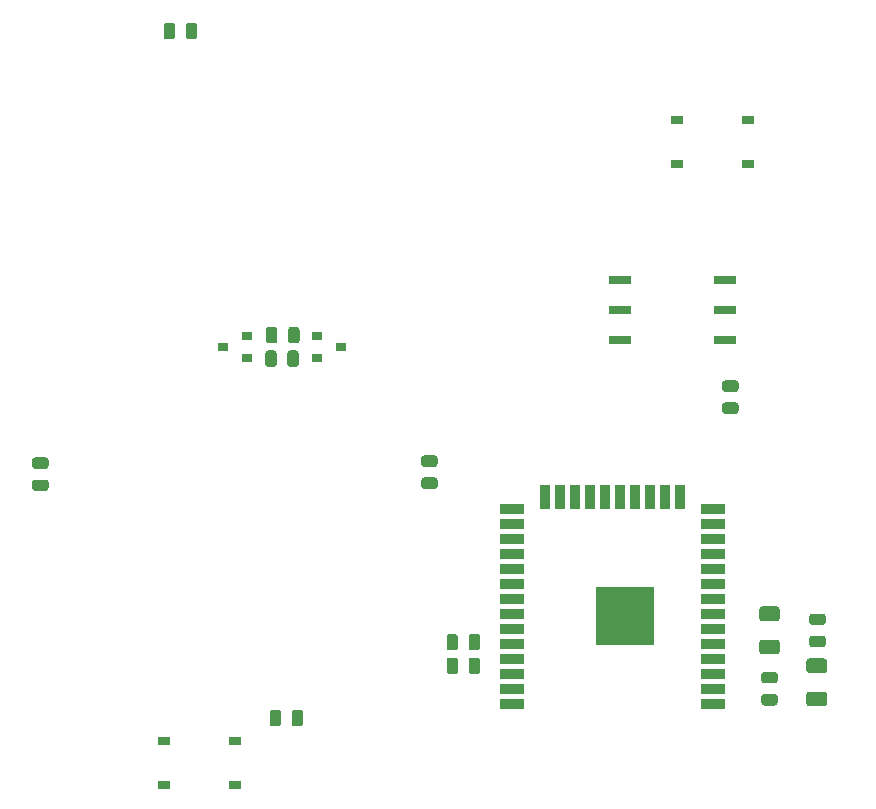
<source format=gbr>
%TF.GenerationSoftware,KiCad,Pcbnew,(5.1.6)-1*%
%TF.CreationDate,2022-02-08T04:05:35+01:00*%
%TF.ProjectId,Thermostat,54686572-6d6f-4737-9461-742e6b696361,rev?*%
%TF.SameCoordinates,Original*%
%TF.FileFunction,Paste,Top*%
%TF.FilePolarity,Positive*%
%FSLAX46Y46*%
G04 Gerber Fmt 4.6, Leading zero omitted, Abs format (unit mm)*
G04 Created by KiCad (PCBNEW (5.1.6)-1) date 2022-02-08 04:05:35*
%MOMM*%
%LPD*%
G01*
G04 APERTURE LIST*
%ADD10R,1.000000X0.750000*%
%ADD11R,1.900000X0.700000*%
%ADD12R,2.000000X0.900000*%
%ADD13R,0.900000X2.000000*%
%ADD14R,5.000000X5.000000*%
%ADD15R,0.900000X0.800000*%
G04 APERTURE END LIST*
D10*
%TO.C,S5*%
X125936000Y-50135000D03*
X119936000Y-50135000D03*
X125936000Y-46385000D03*
X119936000Y-46385000D03*
%TD*%
%TO.C,S4*%
X76502000Y-98963000D03*
X82502000Y-98963000D03*
X76502000Y-102713000D03*
X82502000Y-102713000D03*
%TD*%
D11*
%TO.C,IC3*%
X115141000Y-65028000D03*
X115141000Y-62488000D03*
X115141000Y-59948000D03*
X123991000Y-59948000D03*
X123991000Y-62488000D03*
X123991000Y-65028000D03*
%TD*%
%TO.C,R10*%
G36*
G01*
X78349500Y-39318250D02*
X78349500Y-38405750D01*
G75*
G02*
X78593250Y-38162000I243750J0D01*
G01*
X79080750Y-38162000D01*
G75*
G02*
X79324500Y-38405750I0J-243750D01*
G01*
X79324500Y-39318250D01*
G75*
G02*
X79080750Y-39562000I-243750J0D01*
G01*
X78593250Y-39562000D01*
G75*
G02*
X78349500Y-39318250I0J243750D01*
G01*
G37*
G36*
G01*
X76474500Y-39318250D02*
X76474500Y-38405750D01*
G75*
G02*
X76718250Y-38162000I243750J0D01*
G01*
X77205750Y-38162000D01*
G75*
G02*
X77449500Y-38405750I0J-243750D01*
G01*
X77449500Y-39318250D01*
G75*
G02*
X77205750Y-39562000I-243750J0D01*
G01*
X76718250Y-39562000D01*
G75*
G02*
X76474500Y-39318250I0J243750D01*
G01*
G37*
%TD*%
%TO.C,R9*%
G36*
G01*
X66496250Y-75925500D02*
X65583750Y-75925500D01*
G75*
G02*
X65340000Y-75681750I0J243750D01*
G01*
X65340000Y-75194250D01*
G75*
G02*
X65583750Y-74950500I243750J0D01*
G01*
X66496250Y-74950500D01*
G75*
G02*
X66740000Y-75194250I0J-243750D01*
G01*
X66740000Y-75681750D01*
G75*
G02*
X66496250Y-75925500I-243750J0D01*
G01*
G37*
G36*
G01*
X66496250Y-77800500D02*
X65583750Y-77800500D01*
G75*
G02*
X65340000Y-77556750I0J243750D01*
G01*
X65340000Y-77069250D01*
G75*
G02*
X65583750Y-76825500I243750J0D01*
G01*
X66496250Y-76825500D01*
G75*
G02*
X66740000Y-77069250I0J-243750D01*
G01*
X66740000Y-77556750D01*
G75*
G02*
X66496250Y-77800500I-243750J0D01*
G01*
G37*
%TD*%
D12*
%TO.C,U1*%
X106000000Y-95855000D03*
X106000000Y-94585000D03*
X106000000Y-93315000D03*
X106000000Y-92045000D03*
X106000000Y-90775000D03*
X106000000Y-89505000D03*
X106000000Y-88235000D03*
X106000000Y-86965000D03*
X106000000Y-85695000D03*
X106000000Y-84425000D03*
X106000000Y-83155000D03*
X106000000Y-81885000D03*
X106000000Y-80615000D03*
X106000000Y-79345000D03*
D13*
X108785000Y-78345000D03*
X110055000Y-78345000D03*
X111325000Y-78345000D03*
X112595000Y-78345000D03*
X113865000Y-78345000D03*
X115135000Y-78345000D03*
X116405000Y-78345000D03*
X117675000Y-78345000D03*
X118945000Y-78345000D03*
X120215000Y-78345000D03*
D12*
X123000000Y-79345000D03*
X123000000Y-80615000D03*
X123000000Y-81885000D03*
X123000000Y-83155000D03*
X123000000Y-84425000D03*
X123000000Y-85695000D03*
X123000000Y-86965000D03*
X123000000Y-88235000D03*
X123000000Y-89505000D03*
X123000000Y-90775000D03*
X123000000Y-92045000D03*
X123000000Y-93315000D03*
X123000000Y-94585000D03*
X123000000Y-95855000D03*
D14*
X115500000Y-88355000D03*
%TD*%
%TO.C,R8*%
G36*
G01*
X124003750Y-70300000D02*
X124916250Y-70300000D01*
G75*
G02*
X125160000Y-70543750I0J-243750D01*
G01*
X125160000Y-71031250D01*
G75*
G02*
X124916250Y-71275000I-243750J0D01*
G01*
X124003750Y-71275000D01*
G75*
G02*
X123760000Y-71031250I0J243750D01*
G01*
X123760000Y-70543750D01*
G75*
G02*
X124003750Y-70300000I243750J0D01*
G01*
G37*
G36*
G01*
X124003750Y-68425000D02*
X124916250Y-68425000D01*
G75*
G02*
X125160000Y-68668750I0J-243750D01*
G01*
X125160000Y-69156250D01*
G75*
G02*
X124916250Y-69400000I-243750J0D01*
G01*
X124003750Y-69400000D01*
G75*
G02*
X123760000Y-69156250I0J243750D01*
G01*
X123760000Y-68668750D01*
G75*
G02*
X124003750Y-68425000I243750J0D01*
G01*
G37*
%TD*%
%TO.C,R7*%
G36*
G01*
X86112500Y-64143750D02*
X86112500Y-65056250D01*
G75*
G02*
X85868750Y-65300000I-243750J0D01*
G01*
X85381250Y-65300000D01*
G75*
G02*
X85137500Y-65056250I0J243750D01*
G01*
X85137500Y-64143750D01*
G75*
G02*
X85381250Y-63900000I243750J0D01*
G01*
X85868750Y-63900000D01*
G75*
G02*
X86112500Y-64143750I0J-243750D01*
G01*
G37*
G36*
G01*
X87987500Y-64143750D02*
X87987500Y-65056250D01*
G75*
G02*
X87743750Y-65300000I-243750J0D01*
G01*
X87256250Y-65300000D01*
G75*
G02*
X87012500Y-65056250I0J243750D01*
G01*
X87012500Y-64143750D01*
G75*
G02*
X87256250Y-63900000I243750J0D01*
G01*
X87743750Y-63900000D01*
G75*
G02*
X87987500Y-64143750I0J-243750D01*
G01*
G37*
%TD*%
%TO.C,R6*%
G36*
G01*
X86950000Y-67056250D02*
X86950000Y-66143750D01*
G75*
G02*
X87193750Y-65900000I243750J0D01*
G01*
X87681250Y-65900000D01*
G75*
G02*
X87925000Y-66143750I0J-243750D01*
G01*
X87925000Y-67056250D01*
G75*
G02*
X87681250Y-67300000I-243750J0D01*
G01*
X87193750Y-67300000D01*
G75*
G02*
X86950000Y-67056250I0J243750D01*
G01*
G37*
G36*
G01*
X85075000Y-67056250D02*
X85075000Y-66143750D01*
G75*
G02*
X85318750Y-65900000I243750J0D01*
G01*
X85806250Y-65900000D01*
G75*
G02*
X86050000Y-66143750I0J-243750D01*
G01*
X86050000Y-67056250D01*
G75*
G02*
X85806250Y-67300000I-243750J0D01*
G01*
X85318750Y-67300000D01*
G75*
G02*
X85075000Y-67056250I0J243750D01*
G01*
G37*
%TD*%
%TO.C,R5*%
G36*
G01*
X87318000Y-97484250D02*
X87318000Y-96571750D01*
G75*
G02*
X87561750Y-96328000I243750J0D01*
G01*
X88049250Y-96328000D01*
G75*
G02*
X88293000Y-96571750I0J-243750D01*
G01*
X88293000Y-97484250D01*
G75*
G02*
X88049250Y-97728000I-243750J0D01*
G01*
X87561750Y-97728000D01*
G75*
G02*
X87318000Y-97484250I0J243750D01*
G01*
G37*
G36*
G01*
X85443000Y-97484250D02*
X85443000Y-96571750D01*
G75*
G02*
X85686750Y-96328000I243750J0D01*
G01*
X86174250Y-96328000D01*
G75*
G02*
X86418000Y-96571750I0J-243750D01*
G01*
X86418000Y-97484250D01*
G75*
G02*
X86174250Y-97728000I-243750J0D01*
G01*
X85686750Y-97728000D01*
G75*
G02*
X85443000Y-97484250I0J243750D01*
G01*
G37*
%TD*%
%TO.C,R4*%
G36*
G01*
X98525250Y-76650000D02*
X99437750Y-76650000D01*
G75*
G02*
X99681500Y-76893750I0J-243750D01*
G01*
X99681500Y-77381250D01*
G75*
G02*
X99437750Y-77625000I-243750J0D01*
G01*
X98525250Y-77625000D01*
G75*
G02*
X98281500Y-77381250I0J243750D01*
G01*
X98281500Y-76893750D01*
G75*
G02*
X98525250Y-76650000I243750J0D01*
G01*
G37*
G36*
G01*
X98525250Y-74775000D02*
X99437750Y-74775000D01*
G75*
G02*
X99681500Y-75018750I0J-243750D01*
G01*
X99681500Y-75506250D01*
G75*
G02*
X99437750Y-75750000I-243750J0D01*
G01*
X98525250Y-75750000D01*
G75*
G02*
X98281500Y-75506250I0J243750D01*
G01*
X98281500Y-75018750D01*
G75*
G02*
X98525250Y-74775000I243750J0D01*
G01*
G37*
%TD*%
%TO.C,R3*%
G36*
G01*
X102304000Y-91056250D02*
X102304000Y-90143750D01*
G75*
G02*
X102547750Y-89900000I243750J0D01*
G01*
X103035250Y-89900000D01*
G75*
G02*
X103279000Y-90143750I0J-243750D01*
G01*
X103279000Y-91056250D01*
G75*
G02*
X103035250Y-91300000I-243750J0D01*
G01*
X102547750Y-91300000D01*
G75*
G02*
X102304000Y-91056250I0J243750D01*
G01*
G37*
G36*
G01*
X100429000Y-91056250D02*
X100429000Y-90143750D01*
G75*
G02*
X100672750Y-89900000I243750J0D01*
G01*
X101160250Y-89900000D01*
G75*
G02*
X101404000Y-90143750I0J-243750D01*
G01*
X101404000Y-91056250D01*
G75*
G02*
X101160250Y-91300000I-243750J0D01*
G01*
X100672750Y-91300000D01*
G75*
G02*
X100429000Y-91056250I0J243750D01*
G01*
G37*
%TD*%
%TO.C,R2*%
G36*
G01*
X102304000Y-93056250D02*
X102304000Y-92143750D01*
G75*
G02*
X102547750Y-91900000I243750J0D01*
G01*
X103035250Y-91900000D01*
G75*
G02*
X103279000Y-92143750I0J-243750D01*
G01*
X103279000Y-93056250D01*
G75*
G02*
X103035250Y-93300000I-243750J0D01*
G01*
X102547750Y-93300000D01*
G75*
G02*
X102304000Y-93056250I0J243750D01*
G01*
G37*
G36*
G01*
X100429000Y-93056250D02*
X100429000Y-92143750D01*
G75*
G02*
X100672750Y-91900000I243750J0D01*
G01*
X101160250Y-91900000D01*
G75*
G02*
X101404000Y-92143750I0J-243750D01*
G01*
X101404000Y-93056250D01*
G75*
G02*
X101160250Y-93300000I-243750J0D01*
G01*
X100672750Y-93300000D01*
G75*
G02*
X100429000Y-93056250I0J243750D01*
G01*
G37*
%TD*%
%TO.C,R1*%
G36*
G01*
X131376250Y-90050000D02*
X132288750Y-90050000D01*
G75*
G02*
X132532500Y-90293750I0J-243750D01*
G01*
X132532500Y-90781250D01*
G75*
G02*
X132288750Y-91025000I-243750J0D01*
G01*
X131376250Y-91025000D01*
G75*
G02*
X131132500Y-90781250I0J243750D01*
G01*
X131132500Y-90293750D01*
G75*
G02*
X131376250Y-90050000I243750J0D01*
G01*
G37*
G36*
G01*
X131376250Y-88175000D02*
X132288750Y-88175000D01*
G75*
G02*
X132532500Y-88418750I0J-243750D01*
G01*
X132532500Y-88906250D01*
G75*
G02*
X132288750Y-89150000I-243750J0D01*
G01*
X131376250Y-89150000D01*
G75*
G02*
X131132500Y-88906250I0J243750D01*
G01*
X131132500Y-88418750D01*
G75*
G02*
X131376250Y-88175000I243750J0D01*
G01*
G37*
%TD*%
D15*
%TO.C,Q2*%
X81500000Y-65600000D03*
X83500000Y-64650000D03*
X83500000Y-66550000D03*
%TD*%
%TO.C,Q1*%
X91500000Y-65600000D03*
X89500000Y-66550000D03*
X89500000Y-64650000D03*
%TD*%
%TO.C,C3*%
G36*
G01*
X128395000Y-88825000D02*
X127145000Y-88825000D01*
G75*
G02*
X126895000Y-88575000I0J250000D01*
G01*
X126895000Y-87825000D01*
G75*
G02*
X127145000Y-87575000I250000J0D01*
G01*
X128395000Y-87575000D01*
G75*
G02*
X128645000Y-87825000I0J-250000D01*
G01*
X128645000Y-88575000D01*
G75*
G02*
X128395000Y-88825000I-250000J0D01*
G01*
G37*
G36*
G01*
X128395000Y-91625000D02*
X127145000Y-91625000D01*
G75*
G02*
X126895000Y-91375000I0J250000D01*
G01*
X126895000Y-90625000D01*
G75*
G02*
X127145000Y-90375000I250000J0D01*
G01*
X128395000Y-90375000D01*
G75*
G02*
X128645000Y-90625000I0J-250000D01*
G01*
X128645000Y-91375000D01*
G75*
G02*
X128395000Y-91625000I-250000J0D01*
G01*
G37*
%TD*%
%TO.C,C2*%
G36*
G01*
X127313750Y-94987500D02*
X128226250Y-94987500D01*
G75*
G02*
X128470000Y-95231250I0J-243750D01*
G01*
X128470000Y-95718750D01*
G75*
G02*
X128226250Y-95962500I-243750J0D01*
G01*
X127313750Y-95962500D01*
G75*
G02*
X127070000Y-95718750I0J243750D01*
G01*
X127070000Y-95231250D01*
G75*
G02*
X127313750Y-94987500I243750J0D01*
G01*
G37*
G36*
G01*
X127313750Y-93112500D02*
X128226250Y-93112500D01*
G75*
G02*
X128470000Y-93356250I0J-243750D01*
G01*
X128470000Y-93843750D01*
G75*
G02*
X128226250Y-94087500I-243750J0D01*
G01*
X127313750Y-94087500D01*
G75*
G02*
X127070000Y-93843750I0J243750D01*
G01*
X127070000Y-93356250D01*
G75*
G02*
X127313750Y-93112500I243750J0D01*
G01*
G37*
%TD*%
%TO.C,C1*%
G36*
G01*
X131145000Y-94775000D02*
X132395000Y-94775000D01*
G75*
G02*
X132645000Y-95025000I0J-250000D01*
G01*
X132645000Y-95775000D01*
G75*
G02*
X132395000Y-96025000I-250000J0D01*
G01*
X131145000Y-96025000D01*
G75*
G02*
X130895000Y-95775000I0J250000D01*
G01*
X130895000Y-95025000D01*
G75*
G02*
X131145000Y-94775000I250000J0D01*
G01*
G37*
G36*
G01*
X131145000Y-91975000D02*
X132395000Y-91975000D01*
G75*
G02*
X132645000Y-92225000I0J-250000D01*
G01*
X132645000Y-92975000D01*
G75*
G02*
X132395000Y-93225000I-250000J0D01*
G01*
X131145000Y-93225000D01*
G75*
G02*
X130895000Y-92975000I0J250000D01*
G01*
X130895000Y-92225000D01*
G75*
G02*
X131145000Y-91975000I250000J0D01*
G01*
G37*
%TD*%
M02*

</source>
